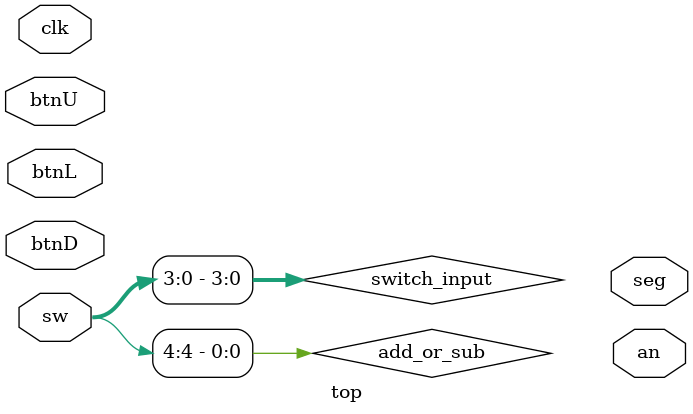
<source format=sv>
module top (    input logic clk, 
                input logic [4 : 0] sw, 
                input logic btnL,
                input logic btnU,
                input logic btnD,
                output logic [6 : 0] seg,
                output logic [2 : 0] an

                );
    logic [5 : 0] input1, input2, add_res, sub_res;
    logic [3 : 0] switch_input;
    logic en1, en2, en3, add_or_sub;
    assign add_or_sub = sw[4];
    assign switch_input = sw[3 : 0];

    state_selector selection(.clk(clk), .reset(btnL), .progress(btnU), .en1(en1), .en2(en2), .en3(en3));

    input_select operand1_selection(.clk(clk), .en(en1), .reset(btnL), .switch_input(switch_input), .operand(input1));
    input_select operand2_selection(.clk(clk), .en(en2), .reset(btnL), .switch_input(switch_input), .operand(input2));

    addition addition_compute(.b1(input1), .b2(input2), .result(add_res));
    subtraction subtraction_compute(.b1(input1), .b2(input2), .result(sub_res));


endmodule
</source>
